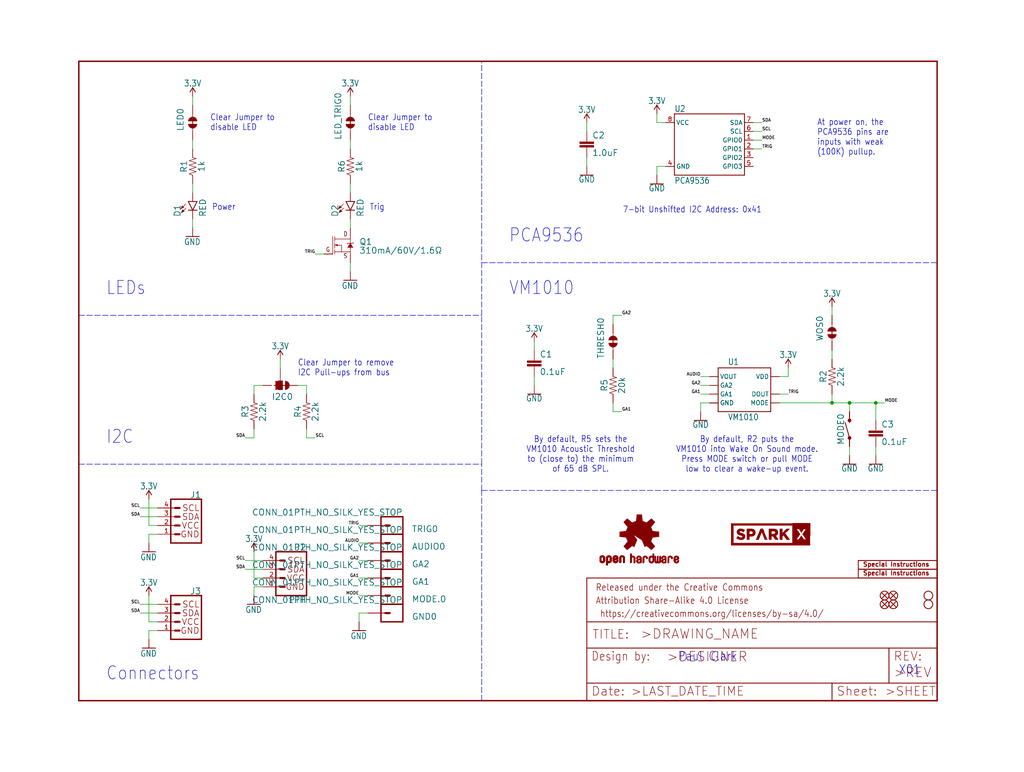
<source format=kicad_sch>
(kicad_sch (version 20211123) (generator eeschema)
  (paper "User" 297.002 223.926)
  (lib_symbols
    (symbol "eagleSchem-eagle-import:0.1UF-0603-25V-(+80{slash}-20%)"
      (property "Reference" "C" (at 1.524 2.921 0))
      (property "Value" "0.1UF-0603-25V-(+80{slash}-20%)" (at 1.524 -2.159 0))
      (symbol "0.1UF-0603-25V-(+80{slash}-20%)_1_0"
        (pin passive line (at 0 5.08 270) (length 2.54) (name "1") (number "1"))
        (pin passive line (at 0 -2.54 90) (length 2.54) (name "2") (number "2"))
      )
    )
    (symbol "eagleSchem-eagle-import:1.0UF-0603-16V-10%-X7R"
      (property "Reference" "C" (at 1.524 2.921 0))
      (property "Value" "1.0UF-0603-16V-10%-X7R" (at 1.524 -2.159 0))
      (symbol "1.0UF-0603-16V-10%-X7R_1_0"
        (pin passive line (at 0 5.08 270) (length 2.54) (name "1") (number "1"))
        (pin passive line (at 0 -2.54 90) (length 2.54) (name "2") (number "2"))
      )
    )
    (symbol "eagleSchem-eagle-import:1KOHM-0603-1{slash}10W-1%"
      (property "Reference" "R" (at 0 1.524 0))
      (property "Value" "1KOHM-0603-1{slash}10W-1%" (at 0 -1.524 0))
      (symbol "1KOHM-0603-1{slash}10W-1%_1_0"
        (pin passive line (at -5.08 0 0) (length 2.54) (name "1") (number "1"))
        (pin passive line (at 5.08 0 180) (length 2.54) (name "2") (number "2"))
      )
    )
    (symbol "eagleSchem-eagle-import:2.2KOHM-0603-1{slash}10W-1%"
      (property "Reference" "R" (at 0 1.524 0))
      (property "Value" "2.2KOHM-0603-1{slash}10W-1%" (at 0 -1.524 0))
      (symbol "2.2KOHM-0603-1{slash}10W-1%_1_0"
        (pin passive line (at -5.08 0 0) (length 2.54) (name "1") (number "1"))
        (pin passive line (at 5.08 0 180) (length 2.54) (name "2") (number "2"))
      )
    )
    (symbol "eagleSchem-eagle-import:20KOHM-0603-1{slash}10W-1%"
      (property "Reference" "R" (at 0 1.524 0))
      (property "Value" "20KOHM-0603-1{slash}10W-1%" (at 0 -1.524 0))
      (symbol "20KOHM-0603-1{slash}10W-1%_1_0"
        (pin passive line (at -5.08 0 0) (length 2.54) (name "1") (number "1"))
        (pin passive line (at 5.08 0 180) (length 2.54) (name "2") (number "2"))
      )
    )
    (symbol "eagleSchem-eagle-import:3.3V" (power)
      (property "Value" "3.3V" (at 0 2.794 0))
      (symbol "3.3V_1_0"
        (pin power_in line (at 0 0 90) (length 2.54) (name "3.3V") (number "1"))
      )
    )
    (symbol "eagleSchem-eagle-import:CONN_01PTH_NO_SILK_YES_STOP"
      (property "Reference" "J" (at -2.54 3.048 0))
      (property "Value" "CONN_01PTH_NO_SILK_YES_STOP" (at -2.54 -4.826 0))
      (symbol "CONN_01PTH_NO_SILK_YES_STOP_1_0"
        (pin passive line (at 7.62 0 180) (length 5.08) (name "1") (number "1"))
      )
    )
    (symbol "eagleSchem-eagle-import:FIDUCIAL1X2")
    (symbol "eagleSchem-eagle-import:FRAME-LETTER"
      (symbol "FRAME-LETTER_2_0"
        (text " https://creativecommons.org/licenses/by-sa/4.0/" (at 2.54 24.13 0) (effects (font (size 1.9304 1.6408)) (justify left bottom)))
        (text ">DESIGNER" (at 23.114 11.176 0) (effects (font (size 2.7432 2.7432)) (justify left bottom)))
        (text ">DRAWING_NAME" (at 15.494 17.78 0) (effects (font (size 2.7432 2.7432)) (justify left bottom)))
        (text ">LAST_DATE_TIME" (at 12.7 1.27 0) (effects (font (size 2.54 2.54)) (justify left bottom)))
        (text ">REV" (at 88.9 6.604 0) (effects (font (size 2.7432 2.7432)) (justify left bottom)))
        (text ">SHEET" (at 86.36 1.27 0) (effects (font (size 2.54 2.54)) (justify left bottom)))
        (text "Attribution Share-Alike 4.0 License" (at 2.54 27.94 0) (effects (font (size 1.9304 1.6408)) (justify left bottom)))
        (text "Date:" (at 1.27 1.27 0) (effects (font (size 2.54 2.54)) (justify left bottom)))
        (text "Design by:" (at 1.27 11.43 0) (effects (font (size 2.54 2.159)) (justify left bottom)))
        (text "Released under the Creative Commons" (at 2.54 31.75 0) (effects (font (size 1.9304 1.6408)) (justify left bottom)))
        (text "REV:" (at 88.9 11.43 0) (effects (font (size 2.54 2.54)) (justify left bottom)))
        (text "Sheet:" (at 72.39 1.27 0) (effects (font (size 2.54 2.54)) (justify left bottom)))
        (text "TITLE:" (at 1.524 17.78 0) (effects (font (size 2.54 2.54)) (justify left bottom)))
      )
    )
    (symbol "eagleSchem-eagle-import:GND" (power)
      (property "Value" "GND" (at 0 -0.254 0))
      (symbol "GND_1_0"
        (pin power_in line (at 0 2.54 270) (length 2.54) (name "GND") (number "1"))
      )
    )
    (symbol "eagleSchem-eagle-import:I2C_STANDARDQWIIC"
      (property "Reference" "J" (at -5.08 7.874 0))
      (property "Value" "I2C_STANDARDQWIIC" (at -5.08 -5.334 0))
      (symbol "I2C_STANDARDQWIIC_1_0"
        (text "GND" (at -4.572 -2.54 0) (effects (font (size 1.778 1.778)) (justify left)))
        (text "SCL" (at -4.572 5.08 0) (effects (font (size 1.778 1.778)) (justify left)))
        (text "SDA" (at -4.572 2.54 0) (effects (font (size 1.778 1.778)) (justify left)))
        (text "VCC" (at -4.572 0 0) (effects (font (size 1.778 1.778)) (justify left)))
        (pin power_in line (at 7.62 -2.54 180) (length 5.08) (name "1") (number "1"))
        (pin power_in line (at 7.62 0 180) (length 5.08) (name "2") (number "2"))
        (pin passive line (at 7.62 2.54 180) (length 5.08) (name "3") (number "3"))
        (pin passive line (at 7.62 5.08 180) (length 5.08) (name "4") (number "4"))
      )
    )
    (symbol "eagleSchem-eagle-import:I2C_STANDARD_NO_SILK"
      (property "Reference" "J" (at -5.08 7.874 0))
      (property "Value" "I2C_STANDARD_NO_SILK" (at -5.08 -5.334 0))
      (symbol "I2C_STANDARD_NO_SILK_1_0"
        (text "GND" (at -4.572 -2.54 0) (effects (font (size 1.778 1.778)) (justify left)))
        (text "SCL" (at -4.572 5.08 0) (effects (font (size 1.778 1.778)) (justify left)))
        (text "SDA" (at -4.572 2.54 0) (effects (font (size 1.778 1.778)) (justify left)))
        (text "VCC" (at -4.572 0 0) (effects (font (size 1.778 1.778)) (justify left)))
        (pin power_in line (at 7.62 -2.54 180) (length 5.08) (name "1") (number "1"))
        (pin power_in line (at 7.62 0 180) (length 5.08) (name "2") (number "2"))
        (pin passive line (at 7.62 2.54 180) (length 5.08) (name "3") (number "3"))
        (pin passive line (at 7.62 5.08 180) (length 5.08) (name "4") (number "4"))
      )
    )
    (symbol "eagleSchem-eagle-import:JUMPER-SMT_2_NC_TRACE_SILK"
      (property "Reference" "JP" (at -2.54 2.54 0))
      (property "Value" "JUMPER-SMT_2_NC_TRACE_SILK" (at -2.54 -2.54 0))
      (symbol "JUMPER-SMT_2_NC_TRACE_SILK_1_0"
        (pin passive line (at -5.08 0 0) (length 2.54) (name "1") (number "1"))
        (pin passive line (at 5.08 0 180) (length 2.54) (name "2") (number "2"))
      )
    )
    (symbol "eagleSchem-eagle-import:JUMPER-SMT_3_2-NC_TRACE_SILK"
      (property "Reference" "JP" (at 2.54 0.381 0))
      (property "Value" "JUMPER-SMT_3_2-NC_TRACE_SILK" (at 2.54 -0.381 0))
      (symbol "JUMPER-SMT_3_2-NC_TRACE_SILK_1_0"
        (pin passive line (at 0 5.08 270) (length 2.54) (name "1") (number "1"))
        (pin passive line (at -5.08 0 0) (length 2.54) (name "2") (number "2"))
        (pin passive line (at 0 -5.08 90) (length 2.54) (name "3") (number "3"))
      )
    )
    (symbol "eagleSchem-eagle-import:LED-RED0603"
      (property "Reference" "D" (at -3.429 -4.572 90))
      (property "Value" "LED-RED0603" (at 1.905 -4.572 90))
      (symbol "LED-RED0603_1_0"
        (pin passive line (at 0 2.54 270) (length 2.54) (name "A") (number "A"))
        (pin passive line (at 0 -5.08 90) (length 2.54) (name "C") (number "C"))
      )
    )
    (symbol "eagleSchem-eagle-import:MOMENTARY-SWITCH-SPST-SMD-4.6X2.8MM"
      (property "Reference" "S" (at 0 1.524 0))
      (property "Value" "MOMENTARY-SWITCH-SPST-SMD-4.6X2.8MM" (at 0 -0.508 0))
      (symbol "MOMENTARY-SWITCH-SPST-SMD-4.6X2.8MM_1_0"
        (pin passive line (at -5.08 0 0) (length 2.54) (name "1") (number "1"))
        (pin passive line (at -5.08 0 0) (length 2.54) (name "1") (number "2"))
        (pin passive line (at 5.08 0 180) (length 2.54) (name "2") (number "3"))
        (pin passive line (at 5.08 0 180) (length 2.54) (name "2") (number "4"))
      )
    )
    (symbol "eagleSchem-eagle-import:MOSFET-NCH-2N7002PW"
      (property "Reference" "Q" (at 5.08 0 0))
      (property "Value" "MOSFET-NCH-2N7002PW" (at 5.08 -2.54 0))
      (symbol "MOSFET-NCH-2N7002PW_1_0"
        (text "D" (at 0.508 2.54 0) (effects (font (size 1.27 1.0795)) (justify left bottom)))
        (text "G" (at -3.302 -0.508 0) (effects (font (size 1.27 1.0795)) (justify right top)))
        (text "S" (at 0.508 -3.81 0) (effects (font (size 1.27 1.0795)) (justify left bottom)))
        (pin bidirectional line (at -5.08 -2.54 0) (length 2.54) (name "G") (number "1"))
        (pin bidirectional line (at 2.54 -5.08 90) (length 2.54) (name "S") (number "2"))
        (pin bidirectional line (at 2.54 5.08 270) (length 2.54) (name "D") (number "3"))
      )
    )
    (symbol "eagleSchem-eagle-import:OSHW-LOGOMINI")
    (symbol "eagleSchem-eagle-import:PCA9536"
      (property "Reference" "U" (at -10.16 8.128 0))
      (property "Value" "PCA9536" (at -10.16 -12.7 0))
      (symbol "PCA9536_1_0"
        (pin bidirectional line (at 12.7 0 180) (length 2.54) (name "GPIO0") (number "1"))
        (pin bidirectional line (at 12.7 -2.54 180) (length 2.54) (name "GPIO1") (number "2"))
        (pin bidirectional line (at 12.7 -5.08 180) (length 2.54) (name "GPIO2") (number "3"))
        (pin bidirectional line (at -12.7 -7.62 0) (length 2.54) (name "GND") (number "4"))
        (pin bidirectional line (at 12.7 -7.62 180) (length 2.54) (name "GPIO3") (number "5"))
        (pin bidirectional line (at 12.7 2.54 180) (length 2.54) (name "SCL") (number "6"))
        (pin bidirectional line (at 12.7 5.08 180) (length 2.54) (name "SDA") (number "7"))
        (pin bidirectional line (at -12.7 5.08 0) (length 2.54) (name "VCC") (number "8"))
      )
    )
    (symbol "eagleSchem-eagle-import:SPARKX-LOGO4")
    (symbol "eagleSchem-eagle-import:SPECIAL_INSTRUCTIONS-ORDERING"
      (symbol "SPECIAL_INSTRUCTIONS-ORDERING_1_0"
        (text "Special Instructions" (at 1.27 0.6985 0) (effects (font (size 1.27 1.27) (thickness 0.254) bold) (justify left bottom)))
      )
    )
    (symbol "eagleSchem-eagle-import:SPECIAL_INSTRUCTIONS-PRODUCTION"
      (symbol "SPECIAL_INSTRUCTIONS-PRODUCTION_1_0"
        (text "Special Instructions" (at 1.27 0.6985 0) (effects (font (size 1.27 1.27) (thickness 0.254) bold) (justify left bottom)))
      )
    )
    (symbol "eagleSchem-eagle-import:STAND-OFF")
    (symbol "eagleSchem-eagle-import:VM1010"
      (property "Value" "VM1010" (at -4.826 -10.16 0))
      (symbol "VM1010_1_0"
        (pin output line (at -10.16 2.54 0) (length 2.54) (name "VOUT") (number "1"))
        (pin input line (at -10.16 0 0) (length 2.54) (name "GA2") (number "2"))
        (pin input line (at -10.16 -2.54 0) (length 2.54) (name "GA1") (number "3"))
        (pin power_in line (at -10.16 -5.08 0) (length 2.54) (name "GND") (number "4"))
        (pin input line (at 10.16 -5.08 180) (length 2.54) (name "MODE") (number "5"))
        (pin power_in line (at 10.16 2.54 180) (length 2.54) (name "VDD") (number "6"))
        (pin output line (at 10.16 -2.54 180) (length 2.54) (name "DOUT") (number "7"))
        (pin power_in line (at -10.16 -5.08 0) (length 2.54) (name "GND") (number "8"))
      )
    )
  )
  (junction (at 246.38 116.84))
  (junction (at 241.3 116.84))
  (junction (at 254 116.84))
  (wire (pts (xy 76.2 162.56) (xy 71.12 162.56)))
  (wire (pts (xy 76.2 167.64) (xy 73.66 167.64)))
  (wire (pts (xy 177.8 93.98) (xy 177.8 91.44)))
  (wire (pts (xy 193.04 35.56) (xy 190.5 35.56)))
  (wire (pts (xy 218.44 38.1) (xy 220.98 38.1)))
  (wire (pts (xy 218.44 35.56) (xy 220.98 35.56)))
  (wire (pts (xy 45.72 149.86) (xy 40.64 149.86)))
  (wire (pts (xy 177.8 116.84) (xy 177.8 119.38)))
  (wire (pts (xy 45.72 180.34) (xy 43.18 180.34)))
  (wire (pts (xy 73.66 170.18) (xy 73.66 172.72)))
  (wire (pts (xy 45.72 154.94) (xy 43.18 154.94)))
  (wire (pts (xy 45.72 177.8) (xy 40.64 177.8)))
  (wire (pts (xy 205.74 116.84) (xy 203.2 116.84)))
  (wire (pts (xy 45.72 182.88) (xy 43.18 182.88)))
  (wire (pts (xy 190.5 35.56) (xy 190.5 33.02)))
  (wire (pts (xy 73.66 114.3) (xy 73.66 111.76)))
  (wire (pts (xy 177.8 119.38) (xy 180.34 119.38)))
  (wire (pts (xy 43.18 154.94) (xy 43.18 157.48)))
  (wire (pts (xy 93.98 73.66) (xy 91.44 73.66)))
  (wire (pts (xy 241.3 116.84) (xy 246.38 116.84)))
  (wire (pts (xy 228.6 109.22) (xy 228.6 106.68)))
  (wire (pts (xy 154.94 101.6) (xy 154.94 99.06)))
  (wire (pts (xy 246.38 119.38) (xy 246.38 116.84)))
  (wire (pts (xy 106.68 177.8) (xy 104.14 177.8)))
  (wire (pts (xy 154.94 111.76) (xy 154.94 109.22)))
  (polyline (pts (xy 139.7 76.2) (xy 271.78 76.2)))
  (polyline (pts (xy 22.86 91.44) (xy 139.7 91.44)))
  (wire (pts (xy 43.18 182.88) (xy 43.18 185.42)))
  (wire (pts (xy 73.66 111.76) (xy 76.2 111.76)))
  (wire (pts (xy 205.74 114.3) (xy 203.2 114.3)))
  (wire (pts (xy 88.9 111.76) (xy 86.36 111.76)))
  (wire (pts (xy 170.18 38.1) (xy 170.18 35.56)))
  (wire (pts (xy 43.18 180.34) (xy 43.18 172.72)))
  (wire (pts (xy 88.9 127) (xy 88.9 124.46)))
  (wire (pts (xy 88.9 127) (xy 91.44 127)))
  (wire (pts (xy 106.68 172.72) (xy 104.14 172.72)))
  (wire (pts (xy 101.6 55.88) (xy 101.6 53.34)))
  (wire (pts (xy 205.74 111.76) (xy 203.2 111.76)))
  (wire (pts (xy 241.3 91.44) (xy 241.3 88.9)))
  (wire (pts (xy 246.38 116.84) (xy 254 116.84)))
  (wire (pts (xy 241.3 104.14) (xy 241.3 101.6)))
  (wire (pts (xy 218.44 40.64) (xy 220.98 40.64)))
  (wire (pts (xy 226.06 116.84) (xy 241.3 116.84)))
  (polyline (pts (xy 139.7 142.24) (xy 139.7 134.62)))
  (wire (pts (xy 101.6 30.48) (xy 101.6 27.94)))
  (wire (pts (xy 76.2 170.18) (xy 73.66 170.18)))
  (wire (pts (xy 43.18 152.4) (xy 43.18 144.78)))
  (wire (pts (xy 88.9 114.3) (xy 88.9 111.76)))
  (wire (pts (xy 101.6 76.2) (xy 101.6 78.74)))
  (polyline (pts (xy 139.7 91.44) (xy 139.7 17.78)))
  (wire (pts (xy 106.68 167.64) (xy 104.14 167.64)))
  (wire (pts (xy 76.2 165.1) (xy 71.12 165.1)))
  (wire (pts (xy 254 116.84) (xy 256.54 116.84)))
  (wire (pts (xy 81.28 104.14) (xy 81.28 106.68)))
  (wire (pts (xy 101.6 63.5) (xy 101.6 66.04)))
  (wire (pts (xy 45.72 175.26) (xy 40.64 175.26)))
  (wire (pts (xy 226.06 109.22) (xy 228.6 109.22)))
  (wire (pts (xy 55.88 40.64) (xy 55.88 43.18)))
  (wire (pts (xy 226.06 114.3) (xy 228.6 114.3)))
  (wire (pts (xy 177.8 104.14) (xy 177.8 106.68)))
  (wire (pts (xy 170.18 48.26) (xy 170.18 45.72)))
  (wire (pts (xy 55.88 55.88) (xy 55.88 53.34)))
  (wire (pts (xy 73.66 127) (xy 73.66 124.46)))
  (wire (pts (xy 73.66 167.64) (xy 73.66 160.02)))
  (wire (pts (xy 177.8 91.44) (xy 180.34 91.44)))
  (polyline (pts (xy 139.7 142.24) (xy 271.78 142.24)))
  (wire (pts (xy 45.72 152.4) (xy 43.18 152.4)))
  (wire (pts (xy 106.68 152.4) (xy 104.14 152.4)))
  (wire (pts (xy 193.04 48.26) (xy 190.5 48.26)))
  (wire (pts (xy 254 121.92) (xy 254 116.84)))
  (wire (pts (xy 254 132.08) (xy 254 129.54)))
  (wire (pts (xy 190.5 48.26) (xy 190.5 50.8)))
  (wire (pts (xy 55.88 66.04) (xy 55.88 63.5)))
  (polyline (pts (xy 139.7 134.62) (xy 139.7 91.44)))
  (wire (pts (xy 241.3 114.3) (xy 241.3 116.84)))
  (polyline (pts (xy 22.86 134.62) (xy 139.7 134.62)))
  (wire (pts (xy 45.72 147.32) (xy 40.64 147.32)))
  (wire (pts (xy 203.2 116.84) (xy 203.2 119.38)))
  (wire (pts (xy 106.68 162.56) (xy 104.14 162.56)))
  (wire (pts (xy 73.66 127) (xy 71.12 127)))
  (wire (pts (xy 55.88 30.48) (xy 55.88 27.94)))
  (wire (pts (xy 218.44 43.18) (xy 220.98 43.18)))
  (wire (pts (xy 246.38 129.54) (xy 246.38 132.08)))
  (wire (pts (xy 106.68 157.48) (xy 104.14 157.48)))
  (wire (pts (xy 205.74 109.22) (xy 203.2 109.22)))
  (wire (pts (xy 101.6 40.64) (xy 101.6 43.18)))
  (polyline (pts (xy 139.7 203.2) (xy 139.7 142.24)))
  (wire (pts (xy 104.14 177.8) (xy 104.14 180.34)))
  (text "By default, R5 sets the\nVM1010 Acoustic Threshold\nto (close to) the minimum\nof 65 dB SPL." (at 168.402 126.492 180) (effects (font (size 1.778 1.5113)) (justify top)))
  (text "At power on, the\nPCA9536 pins are\ninputs with weak\n(100K) pullup." (at 236.982 45.212 180) (effects (font (size 1.778 1.5113)) (justify left bottom)))
  (text "Clear Jumper to\ndisable LED" (at 60.96 38.1 180) (effects (font (size 1.778 1.5113)) (justify left bottom)))
  (text "VM1010" (at 147.574 85.852 180) (effects (font (size 3.81 3.2385)) (justify left bottom)))
  (text "By default, R2 puts the\nVM1010 into Wake On Sound mode.\nPress MODE switch or pull MODE\nlow to clear a wake-up event." (at 216.662 126.492 180) (effects (font (size 1.778 1.5113)) (justify top)))
  (text "I2C" (at 30.734 129.032 180) (effects (font (size 3.81 3.2385)) (justify left bottom)))
  (text "PCA9536" (at 147.574 70.612 180) (effects (font (size 3.81 3.2385)) (justify left bottom)))
  (text "X01" (at 260.604 195.834 180) (effects (font (size 2.54 2.159)) (justify left bottom)))
  (text "Power" (at 61.468 61.214 180) (effects (font (size 1.778 1.5113)) (justify left bottom)))
  (text "7-bit Unshifted I2C Address: 0x41" (at 180.594 61.976 180) (effects (font (size 1.778 1.5113)) (justify left bottom)))
  (text "Connectors" (at 30.734 197.612 180) (effects (font (size 3.81 3.2385)) (justify left bottom)))
  (text "LEDs" (at 30.734 85.852 180) (effects (font (size 3.81 3.2385)) (justify left bottom)))
  (text "Paul Clark" (at 205.232 190.5 180) (effects (font (size 2.54 2.159))))
  (text "Clear Jumper to\ndisable LED" (at 106.68 38.1 180) (effects (font (size 1.778 1.5113)) (justify left bottom)))
  (text "Trig" (at 107.188 61.214 180) (effects (font (size 1.778 1.5113)) (justify left bottom)))
  (text "Clear Jumper to remove\nI2C Pull-ups from bus" (at 86.36 109.22 180) (effects (font (size 1.778 1.5113)) (justify left bottom)))
  (label "TRIG" (at 228.6 114.3 0) (effects (font (size 0.889 0.889))))
  (label "SDA" (at 220.98 35.56 0) (effects (font (size 0.889 0.889))))
  (label "SCL" (at 40.64 147.32 180) (effects (font (size 0.889 0.889))))
  (label "GA2" (at 203.2 111.76 180) (effects (font (size 0.889 0.889))))
  (label "SCL" (at 71.12 162.56 180) (effects (font (size 0.889 0.889))))
  (label "SDA" (at 71.12 127 180) (effects (font (size 0.889 0.889))))
  (label "SDA" (at 71.12 165.1 180) (effects (font (size 0.889 0.889))))
  (label "SDA" (at 40.64 177.8 180) (effects (font (size 0.889 0.889))))
  (label "TRIG" (at 220.98 43.18 0) (effects (font (size 0.889 0.889))))
  (label "MODE" (at 104.14 172.72 180) (effects (font (size 0.889 0.889))))
  (label "GA1" (at 104.14 167.64 180) (effects (font (size 0.889 0.889))))
  (label "GA1" (at 203.2 114.3 180) (effects (font (size 0.889 0.889))))
  (label "SDA" (at 40.64 149.86 180) (effects (font (size 0.889 0.889))))
  (label "AUDIO" (at 203.2 109.22 180) (effects (font (size 0.889 0.889))))
  (label "GA2" (at 104.14 162.56 180) (effects (font (size 0.889 0.889))))
  (label "TRIG" (at 91.44 73.66 180) (effects (font (size 0.889 0.889))))
  (label "GA1" (at 180.34 119.38 0) (effects (font (size 0.889 0.889))))
  (label "GA2" (at 180.34 91.44 0) (effects (font (size 0.889 0.889))))
  (label "TRIG" (at 104.14 152.4 180) (effects (font (size 0.889 0.889))))
  (label "SCL" (at 91.44 127 0) (effects (font (size 0.889 0.889))))
  (label "SCL" (at 40.64 175.26 180) (effects (font (size 0.889 0.889))))
  (label "MODE" (at 220.98 40.64 0) (effects (font (size 0.889 0.889))))
  (label "SCL" (at 220.98 38.1 0) (effects (font (size 0.889 0.889))))
  (label "MODE" (at 256.54 116.84 0) (effects (font (size 0.889 0.889))))
  (label "AUDIO" (at 104.14 157.48 180) (effects (font (size 0.889 0.889))))
  (symbol (lib_id "eagleSchem-eagle-import:FRAME-LETTER") (at 170.18 203.2 0) (unit 2)
    (property "Reference" "FRAME1" (effects hide))
    (property "Value" "FRAME-LETTER" (effects hide))
    (property "Footprint" "eagleSchem:CREATIVE_COMMONS" (effects hide))
  )
  (symbol (lib_id "eagleSchem-eagle-import:3.3V") (at 43.18 172.72 0) (unit 1)
    (property "Reference" "#SUPPLY2" (effects hide))
    (property "Value" "3.3V" (at 43.18 169.926 0) (effects (font (size 1.778 1.5113)) (justify bottom)))
    (property "Footprint" "eagleSchem:" (effects hide))
  )
  (symbol (lib_id "eagleSchem-eagle-import:I2C_STANDARDQWIIC") (at 53.34 180.34 0) (mirror y) (unit 1)
    (property "Reference" "J3" (at 58.42 172.466 0) (effects (font (size 1.778 1.778)) (justify left bottom)))
    (property "Value" "Qwiic Right Angle" (effects hide))
    (property "Footprint" "eagleSchem:JST04_1MM_RA" (effects hide))
  )
  (symbol (lib_id "eagleSchem-eagle-import:PCA9536") (at 205.74 40.64 0) (unit 1)
    (property "Reference" "U2" (at 195.58 32.512 0) (effects (font (size 1.778 1.5113)) (justify left bottom)))
    (property "Value" "PCA9536" (at 195.58 53.34 0) (effects (font (size 1.778 1.5113)) (justify left bottom)))
    (property "Footprint" "eagleSchem:MSOP8" (effects hide))
  )
  (symbol (lib_id "eagleSchem-eagle-import:2.2KOHM-0603-1{slash}10W-1%") (at 241.3 109.22 90) (unit 1)
    (property "Reference" "R2" (at 239.776 109.22 0) (effects (font (size 1.778 1.778)) (justify bottom)))
    (property "Value" "2.2k" (at 242.824 109.22 0) (effects (font (size 1.778 1.778)) (justify top)))
    (property "Footprint" "eagleSchem:0603" (effects hide))
  )
  (symbol (lib_id "eagleSchem-eagle-import:3.3V") (at 73.66 160.02 0) (unit 1)
    (property "Reference" "#SUPPLY7" (effects hide))
    (property "Value" "3.3V" (at 73.66 157.226 0) (effects (font (size 1.778 1.5113)) (justify bottom)))
    (property "Footprint" "eagleSchem:" (effects hide))
  )
  (symbol (lib_id "eagleSchem-eagle-import:LED-RED0603") (at 101.6 58.42 0) (unit 1)
    (property "Reference" "D2" (at 98.171 62.992 90) (effects (font (size 1.778 1.778)) (justify left bottom)))
    (property "Value" "RED" (at 103.505 62.992 90) (effects (font (size 1.778 1.778)) (justify left top)))
    (property "Footprint" "eagleSchem:LED-0603" (effects hide))
  )
  (symbol (lib_id "eagleSchem-eagle-import:GND") (at 190.5 53.34 0) (unit 1)
    (property "Reference" "#GND9" (effects hide))
    (property "Value" "GND" (at 190.5 53.594 0) (effects (font (size 1.778 1.5113)) (justify top)))
    (property "Footprint" "eagleSchem:" (effects hide))
  )
  (symbol (lib_id "eagleSchem-eagle-import:GND") (at 254 134.62 0) (unit 1)
    (property "Reference" "#GND5" (effects hide))
    (property "Value" "GND" (at 254 134.874 0) (effects (font (size 1.778 1.5113)) (justify top)))
    (property "Footprint" "eagleSchem:" (effects hide))
  )
  (symbol (lib_id "eagleSchem-eagle-import:3.3V") (at 170.18 35.56 0) (unit 1)
    (property "Reference" "#SUPPLY15" (effects hide))
    (property "Value" "3.3V" (at 170.18 32.766 0) (effects (font (size 1.778 1.5113)) (justify bottom)))
    (property "Footprint" "eagleSchem:" (effects hide))
  )
  (symbol (lib_id "eagleSchem-eagle-import:GND") (at 203.2 121.92 0) (unit 1)
    (property "Reference" "#GND1" (effects hide))
    (property "Value" "GND" (at 203.2 122.174 0) (effects (font (size 1.778 1.5113)) (justify top)))
    (property "Footprint" "eagleSchem:" (effects hide))
  )
  (symbol (lib_id "eagleSchem-eagle-import:STAND-OFF") (at 269.24 175.26 0) (unit 1)
    (property "Reference" "JP4" (effects hide))
    (property "Value" "STAND-OFF" (effects hide))
    (property "Footprint" "eagleSchem:STAND-OFF" (effects hide))
  )
  (symbol (lib_id "eagleSchem-eagle-import:GND") (at 43.18 187.96 0) (unit 1)
    (property "Reference" "#GND8" (effects hide))
    (property "Value" "GND" (at 40.64 190.5 0) (effects (font (size 1.778 1.5113)) (justify left bottom)))
    (property "Footprint" "eagleSchem:" (effects hide))
  )
  (symbol (lib_id "eagleSchem-eagle-import:GND") (at 170.18 50.8 0) (unit 1)
    (property "Reference" "#GND11" (effects hide))
    (property "Value" "GND" (at 170.18 51.054 0) (effects (font (size 1.778 1.5113)) (justify top)))
    (property "Footprint" "eagleSchem:" (effects hide))
  )
  (symbol (lib_id "eagleSchem-eagle-import:3.3V") (at 154.94 99.06 0) (unit 1)
    (property "Reference" "#SUPPLY6" (effects hide))
    (property "Value" "3.3V" (at 154.94 96.266 0) (effects (font (size 1.778 1.5113)) (justify bottom)))
    (property "Footprint" "eagleSchem:" (effects hide))
  )
  (symbol (lib_id "eagleSchem-eagle-import:I2C_STANDARDQWIIC") (at 53.34 152.4 0) (mirror y) (unit 1)
    (property "Reference" "J1" (at 58.42 144.526 0) (effects (font (size 1.778 1.778)) (justify left bottom)))
    (property "Value" "Qwiic Right Angle" (effects hide))
    (property "Footprint" "eagleSchem:JST04_1MM_RA" (effects hide))
  )
  (symbol (lib_id "eagleSchem-eagle-import:GND") (at 43.18 160.02 0) (unit 1)
    (property "Reference" "#GND6" (effects hide))
    (property "Value" "GND" (at 40.64 162.56 0) (effects (font (size 1.778 1.5113)) (justify left bottom)))
    (property "Footprint" "eagleSchem:" (effects hide))
  )
  (symbol (lib_id "eagleSchem-eagle-import:1KOHM-0603-1{slash}10W-1%") (at 101.6 48.26 90) (unit 1)
    (property "Reference" "R6" (at 100.076 48.26 0) (effects (font (size 1.778 1.778)) (justify bottom)))
    (property "Value" "1k" (at 103.124 48.26 0) (effects (font (size 1.778 1.778)) (justify top)))
    (property "Footprint" "eagleSchem:0603" (effects hide))
  )
  (symbol (lib_id "eagleSchem-eagle-import:JUMPER-SMT_2_NC_TRACE_SILK") (at 55.88 35.56 90) (unit 1)
    (property "Reference" "LED0" (at 53.34 38.1 0) (effects (font (size 1.778 1.778)) (justify left bottom)))
    (property "Value" "JUMPER-SMT_2_NC_TRACE_SILK" (effects hide))
    (property "Footprint" "eagleSchem:SMT-JUMPER_2_NC_TRACE_SILK" (effects hide))
  )
  (symbol (lib_id "eagleSchem-eagle-import:JUMPER-SMT_2_NC_TRACE_SILK") (at 241.3 96.52 90) (unit 1)
    (property "Reference" "WOS0" (at 238.76 99.06 0) (effects (font (size 1.778 1.778)) (justify left bottom)))
    (property "Value" "JUMPER-SMT_2_NC_TRACE_SILK" (effects hide))
    (property "Footprint" "eagleSchem:SMT-JUMPER_2_NC_TRACE_SILK" (effects hide))
  )
  (symbol (lib_id "eagleSchem-eagle-import:SPARKX-LOGO4") (at 223.52 154.94 0) (unit 1)
    (property "Reference" "U$2" (effects hide))
    (property "Value" "SPARKX-LOGO4" (effects hide))
    (property "Footprint" "eagleSchem:SPARKX-MEDIUM" (effects hide))
  )
  (symbol (lib_id "eagleSchem-eagle-import:JUMPER-SMT_2_NC_TRACE_SILK") (at 177.8 99.06 90) (unit 1)
    (property "Reference" "THRESH0" (at 175.26 104.14 0) (effects (font (size 1.778 1.778)) (justify left bottom)))
    (property "Value" "JUMPER-SMT_2_NC_TRACE_SILK" (effects hide))
    (property "Footprint" "eagleSchem:SMT-JUMPER_2_NC_TRACE_SILK" (effects hide))
  )
  (symbol (lib_id "eagleSchem-eagle-import:CONN_01PTH_NO_SILK_YES_STOP") (at 114.3 167.64 180) (unit 1)
    (property "Reference" "GA1" (at 119.38 169.672 0) (effects (font (size 1.778 1.778)) (justify right top)))
    (property "Value" "CONN_01PTH_NO_SILK_YES_STOP" (at 116.84 162.814 0) (effects (font (size 1.778 1.778)) (justify left bottom)))
    (property "Footprint" "eagleSchem:1X01_NO_SILK" (effects hide))
  )
  (symbol (lib_id "eagleSchem-eagle-import:2.2KOHM-0603-1{slash}10W-1%") (at 73.66 119.38 90) (unit 1)
    (property "Reference" "R3" (at 72.136 119.38 0) (effects (font (size 1.778 1.778)) (justify bottom)))
    (property "Value" "2.2k" (at 75.184 119.38 0) (effects (font (size 1.778 1.778)) (justify top)))
    (property "Footprint" "eagleSchem:0603" (effects hide))
  )
  (symbol (lib_id "eagleSchem-eagle-import:2.2KOHM-0603-1{slash}10W-1%") (at 88.9 119.38 90) (unit 1)
    (property "Reference" "R4" (at 87.376 119.38 0) (effects (font (size 1.778 1.778)) (justify bottom)))
    (property "Value" "2.2k" (at 90.424 119.38 0) (effects (font (size 1.778 1.778)) (justify top)))
    (property "Footprint" "eagleSchem:0603" (effects hide))
  )
  (symbol (lib_id "eagleSchem-eagle-import:CONN_01PTH_NO_SILK_YES_STOP") (at 114.3 162.56 180) (unit 1)
    (property "Reference" "GA2" (at 119.38 164.592 0) (effects (font (size 1.778 1.778)) (justify right top)))
    (property "Value" "CONN_01PTH_NO_SILK_YES_STOP" (at 116.84 157.734 0) (effects (font (size 1.778 1.778)) (justify left bottom)))
    (property "Footprint" "eagleSchem:1X01_NO_SILK" (effects hide))
  )
  (symbol (lib_id "eagleSchem-eagle-import:3.3V") (at 81.28 104.14 0) (unit 1)
    (property "Reference" "#SUPPLY1" (effects hide))
    (property "Value" "3.3V" (at 81.28 101.346 0) (effects (font (size 1.778 1.5113)) (justify bottom)))
    (property "Footprint" "eagleSchem:" (effects hide))
  )
  (symbol (lib_id "eagleSchem-eagle-import:3.3V") (at 190.5 33.02 0) (unit 1)
    (property "Reference" "#SUPPLY11" (effects hide))
    (property "Value" "3.3V" (at 190.5 30.226 0) (effects (font (size 1.778 1.5113)) (justify bottom)))
    (property "Footprint" "eagleSchem:" (effects hide))
  )
  (symbol (lib_id "eagleSchem-eagle-import:MOMENTARY-SWITCH-SPST-SMD-4.6X2.8MM") (at 246.38 124.46 90) (unit 1)
    (property "Reference" "MODE0" (at 244.856 124.46 0) (effects (font (size 1.778 1.778)) (justify bottom)))
    (property "Value" "MOMENTARY-SWITCH-SPST-SMD-4.6X2.8MM" (effects hide))
    (property "Footprint" "eagleSchem:TACTILE_SWITCH_SMD_4.6X2.8MM" (effects hide))
  )
  (symbol (lib_id "eagleSchem-eagle-import:GND") (at 246.38 134.62 0) (unit 1)
    (property "Reference" "#GND2" (effects hide))
    (property "Value" "GND" (at 246.38 134.874 0) (effects (font (size 1.778 1.5113)) (justify top)))
    (property "Footprint" "eagleSchem:" (effects hide))
  )
  (symbol (lib_id "eagleSchem-eagle-import:CONN_01PTH_NO_SILK_YES_STOP") (at 114.3 172.72 180) (unit 1)
    (property "Reference" "MODE.0" (at 119.38 174.752 0) (effects (font (size 1.778 1.778)) (justify right top)))
    (property "Value" "CONN_01PTH_NO_SILK_YES_STOP" (at 116.84 167.894 0) (effects (font (size 1.778 1.778)) (justify left bottom)))
    (property "Footprint" "eagleSchem:1X01_NO_SILK" (effects hide))
  )
  (symbol (lib_id "eagleSchem-eagle-import:CONN_01PTH_NO_SILK_YES_STOP") (at 114.3 177.8 180) (unit 1)
    (property "Reference" "GND0" (at 119.38 179.832 0) (effects (font (size 1.778 1.778)) (justify right top)))
    (property "Value" "CONN_01PTH_NO_SILK_YES_STOP" (at 116.84 172.974 0) (effects (font (size 1.778 1.778)) (justify left bottom)))
    (property "Footprint" "eagleSchem:1X01_NO_SILK" (effects hide))
  )
  (symbol (lib_id "eagleSchem-eagle-import:3.3V") (at 55.88 27.94 0) (unit 1)
    (property "Reference" "#SUPPLY10" (effects hide))
    (property "Value" "3.3V" (at 55.88 25.146 0) (effects (font (size 1.778 1.5113)) (justify bottom)))
    (property "Footprint" "eagleSchem:" (effects hide))
  )
  (symbol (lib_id "eagleSchem-eagle-import:1KOHM-0603-1{slash}10W-1%") (at 55.88 48.26 90) (unit 1)
    (property "Reference" "R1" (at 54.356 48.26 0) (effects (font (size 1.778 1.778)) (justify bottom)))
    (property "Value" "1k" (at 57.404 48.26 0) (effects (font (size 1.778 1.778)) (justify top)))
    (property "Footprint" "eagleSchem:0603" (effects hide))
  )
  (symbol (lib_id "eagleSchem-eagle-import:SPECIAL_INSTRUCTIONS-ORDERING") (at 248.92 167.64 0) (unit 1)
    (property "Reference" "LOGO2" (effects hide))
    (property "Value" "SPECIAL_INSTRUCTIONS-ORDERING" (effects hide))
    (property "Footprint" "eagleSchem:ORDERING_INSTRUCTIONS" (effects hide))
  )
  (symbol (lib_id "eagleSchem-eagle-import:GND") (at 104.14 182.88 0) (unit 1)
    (property "Reference" "#GND12" (effects hide))
    (property "Value" "GND" (at 101.6 185.42 0) (effects (font (size 1.778 1.5113)) (justify left bottom)))
    (property "Footprint" "eagleSchem:" (effects hide))
  )
  (symbol (lib_id "eagleSchem-eagle-import:GND") (at 101.6 81.28 0) (unit 1)
    (property "Reference" "#GND10" (effects hide))
    (property "Value" "GND" (at 99.06 83.82 0) (effects (font (size 1.778 1.5113)) (justify left bottom)))
    (property "Footprint" "eagleSchem:" (effects hide))
  )
  (symbol (lib_id "eagleSchem-eagle-import:CONN_01PTH_NO_SILK_YES_STOP") (at 114.3 152.4 180) (unit 1)
    (property "Reference" "TRIG0" (at 119.38 154.432 0) (effects (font (size 1.778 1.778)) (justify right top)))
    (property "Value" "CONN_01PTH_NO_SILK_YES_STOP" (at 116.84 147.574 0) (effects (font (size 1.778 1.778)) (justify left bottom)))
    (property "Footprint" "eagleSchem:1X01_NO_SILK" (effects hide))
  )
  (symbol (lib_id "eagleSchem-eagle-import:3.3V") (at 241.3 88.9 0) (unit 1)
    (property "Reference" "#SUPPLY5" (effects hide))
    (property "Value" "3.3V" (at 241.3 86.106 0) (effects (font (size 1.778 1.5113)) (justify bottom)))
    (property "Footprint" "eagleSchem:" (effects hide))
  )
  (symbol (lib_id "eagleSchem-eagle-import:VM1010") (at 215.9 111.76 0) (unit 1)
    (property "Reference" "U1" (at 211.074 105.918 0) (effects (font (size 1.778 1.5113)) (justify left bottom)))
    (property "Value" "VM1010" (at 211.074 121.92 0) (effects (font (size 1.778 1.5113)) (justify left bottom)))
    (property "Footprint" "eagleSchem:VM1010" (effects hide))
  )
  (symbol (lib_id "eagleSchem-eagle-import:3.3V") (at 101.6 27.94 0) (unit 1)
    (property "Reference" "#SUPPLY8" (effects hide))
    (property "Value" "3.3V" (at 101.6 25.146 0) (effects (font (size 1.778 1.5113)) (justify bottom)))
    (property "Footprint" "eagleSchem:" (effects hide))
  )
  (symbol (lib_id "eagleSchem-eagle-import:FRAME-LETTER") (at 22.86 203.2 0) (unit 1)
    (property "Reference" "FRAME1" (effects hide))
    (property "Value" "FRAME-LETTER" (effects hide))
    (property "Footprint" "eagleSchem:CREATIVE_COMMONS" (effects hide))
  )
  (symbol (lib_id "eagleSchem-eagle-import:FIDUCIAL1X2") (at 256.54 175.26 0) (unit 1)
    (property "Reference" "JP5" (effects hide))
    (property "Value" "FIDUCIAL1X2" (effects hide))
    (property "Footprint" "eagleSchem:FIDUCIAL-1X2" (effects hide))
  )
  (symbol (lib_id "eagleSchem-eagle-import:1.0UF-0603-16V-10%-X7R") (at 170.18 43.18 0) (unit 1)
    (property "Reference" "C2" (at 171.704 40.259 0) (effects (font (size 1.778 1.778)) (justify left bottom)))
    (property "Value" "1.0uF" (at 171.704 45.339 0) (effects (font (size 1.778 1.778)) (justify left bottom)))
    (property "Footprint" "eagleSchem:0603" (effects hide))
  )
  (symbol (lib_id "eagleSchem-eagle-import:GND") (at 154.94 114.3 0) (unit 1)
    (property "Reference" "#GND4" (effects hide))
    (property "Value" "GND" (at 154.94 114.554 0) (effects (font (size 1.778 1.5113)) (justify top)))
    (property "Footprint" "eagleSchem:" (effects hide))
  )
  (symbol (lib_id "eagleSchem-eagle-import:FIDUCIAL1X2") (at 259.08 175.26 0) (unit 1)
    (property "Reference" "JP1" (effects hide))
    (property "Value" "FIDUCIAL1X2" (effects hide))
    (property "Footprint" "eagleSchem:FIDUCIAL-1X2" (effects hide))
  )
  (symbol (lib_id "eagleSchem-eagle-import:20KOHM-0603-1{slash}10W-1%") (at 177.8 111.76 90) (unit 1)
    (property "Reference" "R5" (at 176.276 111.76 0) (effects (font (size 1.778 1.778)) (justify bottom)))
    (property "Value" "20k" (at 179.324 111.76 0) (effects (font (size 1.778 1.778)) (justify top)))
    (property "Footprint" "eagleSchem:0603" (effects hide))
  )
  (symbol (lib_id "eagleSchem-eagle-import:GND") (at 55.88 68.58 0) (unit 1)
    (property "Reference" "#GND3" (effects hide))
    (property "Value" "GND" (at 53.34 71.12 0) (effects (font (size 1.778 1.5113)) (justify left bottom)))
    (property "Footprint" "eagleSchem:" (effects hide))
  )
  (symbol (lib_id "eagleSchem-eagle-import:0.1UF-0603-25V-(+80{slash}-20%)") (at 154.94 106.68 0) (unit 1)
    (property "Reference" "C1" (at 156.464 103.759 0) (effects (font (size 1.778 1.778)) (justify left bottom)))
    (property "Value" "0.1uF" (at 156.464 108.839 0) (effects (font (size 1.778 1.778)) (justify left bottom)))
    (property "Footprint" "eagleSchem:0603" (effects hide))
  )
  (symbol (lib_id "eagleSchem-eagle-import:OSHW-LOGOMINI") (at 185.42 154.94 0) (unit 1)
    (property "Reference" "LOGO1" (effects hide))
    (property "Value" "OSHW-LOGOMINI" (effects hide))
    (property "Footprint" "eagleSchem:OSHW-LOGO-MINI" (effects hide))
  )
  (symbol (lib_id "eagleSchem-eagle-import:GND") (at 73.66 175.26 0) (unit 1)
    (property "Reference" "#GND7" (effects hide))
    (property "Value" "GND" (at 71.12 177.8 0) (effects (font (size 1.778 1.5113)) (justify left bottom)))
    (property "Footprint" "eagleSchem:" (effects hide))
  )
  (symbol (lib_id "eagleSchem-eagle-import:LED-RED0603") (at 55.88 58.42 0) (unit 1)
    (property "Reference" "D1" (at 52.451 62.992 90) (effects (font (size 1.778 1.778)) (justify left bottom)))
    (property "Value" "RED" (at 57.785 62.992 90) (effects (font (size 1.778 1.778)) (justify left top)))
    (property "Footprint" "eagleSchem:LED-0603" (effects hide))
  )
  (symbol (lib_id "eagleSchem-eagle-import:MOSFET-NCH-2N7002PW") (at 99.06 71.12 0) (unit 1)
    (property "Reference" "Q1" (at 104.14 71.12 0) (effects (font (size 1.778 1.778)) (justify left bottom)))
    (property "Value" "310mA/60V/1.6Ω" (at 104.14 73.66 0) (effects (font (size 1.778 1.778)) (justify left bottom)))
    (property "Footprint" "eagleSchem:SOT323" (effects hide))
  )
  (symbol (lib_id "eagleSchem-eagle-import:STAND-OFF") (at 269.24 172.72 0) (unit 1)
    (property "Reference" "JP3" (effects hide))
    (property "Value" "STAND-OFF" (effects hide))
    (property "Footprint" "eagleSchem:STAND-OFF" (effects hide))
  )
  (symbol (lib_id "eagleSchem-eagle-import:JUMPER-SMT_2_NC_TRACE_SILK") (at 101.6 35.56 90) (unit 1)
    (property "Reference" "LED_TRIG0" (at 99.06 40.64 0) (effects (font (size 1.778 1.778)) (justify left bottom)))
    (property "Value" "JUMPER-SMT_2_NC_TRACE_SILK" (effects hide))
    (property "Footprint" "eagleSchem:SMT-JUMPER_2_NC_TRACE_SILK" (effects hide))
  )
  (symbol (lib_id "eagleSchem-eagle-import:CONN_01PTH_NO_SILK_YES_STOP") (at 114.3 157.48 180) (unit 1)
    (property "Reference" "AUDIO0" (at 119.38 159.512 0) (effects (font (size 1.778 1.778)) (justify right top)))
    (property "Value" "CONN_01PTH_NO_SILK_YES_STOP" (at 116.84 152.654 0) (effects (font (size 1.778 1.778)) (justify left bottom)))
    (property "Footprint" "eagleSchem:1X01_NO_SILK" (effects hide))
  )
  (symbol (lib_id "eagleSchem-eagle-import:0.1UF-0603-25V-(+80{slash}-20%)") (at 254 127 0) (unit 1)
    (property "Reference" "C3" (at 255.524 124.079 0) (effects (font (size 1.778 1.778)) (justify left bottom)))
    (property "Value" "0.1uF" (at 255.524 129.159 0) (effects (font (size 1.778 1.778)) (justify left bottom)))
    (property "Footprint" "eagleSchem:0603" (effects hide))
  )
  (symbol (lib_id "eagleSchem-eagle-import:3.3V") (at 228.6 106.68 0) (unit 1)
    (property "Reference" "#SUPPLY3" (effects hide))
    (property "Value" "3.3V" (at 228.6 103.886 0) (effects (font (size 1.778 1.5113)) (justify bottom)))
    (property "Footprint" "eagleSchem:" (effects hide))
  )
  (symbol (lib_id "eagleSchem-eagle-import:FIDUCIAL1X2") (at 256.54 172.72 0) (unit 1)
    (property "Reference" "JP2" (effects hide))
    (property "Value" "FIDUCIAL1X2" (effects hide))
    (property "Footprint" "eagleSchem:FIDUCIAL-1X2" (effects hide))
  )
  (symbol (lib_id "eagleSchem-eagle-import:SPECIAL_INSTRUCTIONS-PRODUCTION") (at 248.92 165.1 0) (unit 1)
    (property "Reference" "LOGO3" (effects hide))
    (property "Value" "SPECIAL_INSTRUCTIONS-PRODUCTION" (effects hide))
    (property "Footprint" "eagleSchem:PRODUCTION_INSTRUCTIONS" (effects hide))
  )
  (symbol (lib_id "eagleSchem-eagle-import:I2C_STANDARD_NO_SILK") (at 83.82 167.64 0) (mirror y) (unit 1)
    (property "Reference" "J2" (at 88.9 159.766 0) (effects (font (size 1.778 1.778)) (justify left bottom)))
    (property "Value" "PTH" (at 88.9 172.974 0) (effects (font (size 1.778 1.778)) (justify left top)))
    (property "Footprint" "eagleSchem:1X04_NO_SILK" (effects hide))
  )
  (symbol (lib_id "eagleSchem-eagle-import:FIDUCIAL1X2") (at 259.08 172.72 0) (unit 1)
    (property "Reference" "JP6" (effects hide))
    (property "Value" "FIDUCIAL1X2" (effects hide))
    (property "Footprint" "eagleSchem:FIDUCIAL-1X2" (effects hide))
  )
  (symbol (lib_id "eagleSchem-eagle-import:JUMPER-SMT_3_2-NC_TRACE_SILK") (at 81.28 111.76 270) (unit 1)
    (property "Reference" "I2C0" (at 78.74 116.078 90) (effects (font (size 1.778 1.778)) (justify left bottom)))
    (property "Value" "JUMPER-SMT_3_2-NC_TRACE_SILK" (effects hide))
    (property "Footprint" "eagleSchem:SMT-JUMPER_3_2-NC_TRACE_SILK" (effects hide))
  )
  (symbol (lib_id "eagleSchem-eagle-import:3.3V") (at 43.18 144.78 0) (unit 1)
    (property "Reference" "#SUPPLY4" (effects hide))
    (property "Value" "3.3V" (at 43.18 141.986 0) (effects (font (size 1.778 1.5113)) (justify bottom)))
    (property "Footprint" "eagleSchem:" (effects hide))
  )
)
</source>
